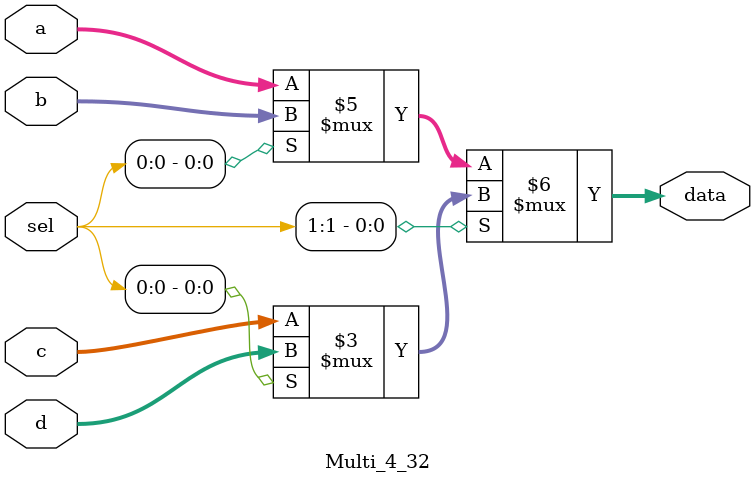
<source format=v>
module Multi_4_32(
	input [31:0]a,
	input [31:0]b,
	input [31:0]c,
	input [31:0]d,
	input [1:0]sel,
	output [31:0]data
);

	assign data = (sel[1]==1'b1) ? ((sel[0]==1'b1) ? d : c) : ((sel[0]==1'b1) ? b : a);

endmodule
</source>
